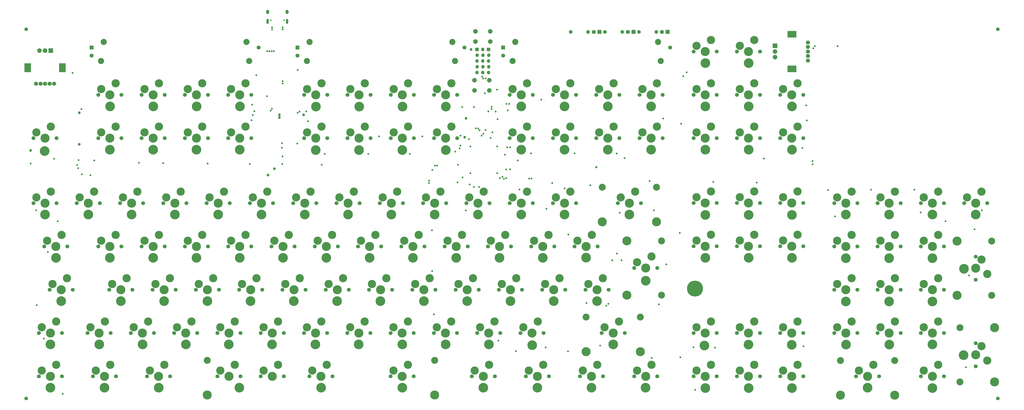
<source format=gbr>
%TF.GenerationSoftware,KiCad,Pcbnew,7.0.1*%
%TF.CreationDate,2023-04-01T22:43:57+02:00*%
%TF.ProjectId,berlin,6265726c-696e-42e6-9b69-6361645f7063,0.7*%
%TF.SameCoordinates,Original*%
%TF.FileFunction,Soldermask,Top*%
%TF.FilePolarity,Negative*%
%FSLAX46Y46*%
G04 Gerber Fmt 4.6, Leading zero omitted, Abs format (unit mm)*
G04 Created by KiCad (PCBNEW 7.0.1) date 2023-04-01 22:43:57*
%MOMM*%
%LPD*%
G01*
G04 APERTURE LIST*
G04 Aperture macros list*
%AMRoundRect*
0 Rectangle with rounded corners*
0 $1 Rounding radius*
0 $2 $3 $4 $5 $6 $7 $8 $9 X,Y pos of 4 corners*
0 Add a 4 corners polygon primitive as box body*
4,1,4,$2,$3,$4,$5,$6,$7,$8,$9,$2,$3,0*
0 Add four circle primitives for the rounded corners*
1,1,$1+$1,$2,$3*
1,1,$1+$1,$4,$5*
1,1,$1+$1,$6,$7*
1,1,$1+$1,$8,$9*
0 Add four rect primitives between the rounded corners*
20,1,$1+$1,$2,$3,$4,$5,0*
20,1,$1+$1,$4,$5,$6,$7,0*
20,1,$1+$1,$6,$7,$8,$9,0*
20,1,$1+$1,$8,$9,$2,$3,0*%
G04 Aperture macros list end*
%ADD10C,4.250000*%
%ADD11C,1.778000*%
%ADD12RoundRect,0.177800X-0.711200X-0.711200X0.711200X-0.711200X0.711200X0.711200X-0.711200X0.711200X0*%
%ADD13C,1.800000*%
%ADD14R,2.000000X2.000000*%
%ADD15C,2.000000*%
%ADD16R,4.000000X3.000000*%
%ADD17R,3.000000X4.000000*%
%ADD18C,1.596000*%
%ADD19R,1.750000X1.750000*%
%ADD20C,1.750000*%
%ADD21C,2.700000*%
%ADD22C,0.800000*%
%ADD23C,7.000000*%
%ADD24C,3.600000*%
%ADD25C,1.701800*%
%ADD26C,3.987800*%
%ADD27C,3.048000*%
%ADD28C,0.650000*%
%ADD29O,1.100000X2.200000*%
%ADD30O,1.300000X1.900000*%
%ADD31R,1.524000X1.524000*%
%ADD32O,1.524000X1.524000*%
%ADD33C,1.600000*%
%ADD34O,1.600000X1.600000*%
%ADD35C,1.000000*%
%ADD36C,1.200000*%
G04 APERTURE END LIST*
D10*
%TO.C,LED3\u002C11*%
X234212500Y-118065500D03*
%TD*%
%TO.C,LED3\u002C2*%
X62762500Y-118080000D03*
%TD*%
%TO.C,LED7\u002C5*%
X129275000Y-194275000D03*
%TD*%
%TO.C,LED2\u002C10*%
X253262500Y-89490500D03*
%TD*%
%TO.C,LED3\u002C6*%
X138962500Y-118065500D03*
%TD*%
%TO.C,LED2\u002C8*%
X200975000Y-89725000D03*
%TD*%
%TO.C,LED7\u002C2*%
X69874500Y-194265500D03*
%TD*%
%TO.C,LED1\u002C7*%
X182015500Y-70567500D03*
%TD*%
%TO.C,LED1\u002C2*%
X72325000Y-70455000D03*
%TD*%
D11*
%TO.C,LED202*%
X300205000Y-37675000D03*
D12*
X302745000Y-37675000D03*
%TD*%
D10*
%TO.C,LED4\u002C8*%
X186587500Y-137115500D03*
%TD*%
%TO.C,LED5\u002C11*%
X248563500Y-156165500D03*
%TD*%
%TO.C,LED1\u002C6*%
X162965500Y-70567500D03*
%TD*%
D13*
%TO.C,SW1\u002C16*%
X379422000Y-42325000D03*
D14*
X364922000Y-43825000D03*
D15*
X364922000Y-48825000D03*
D13*
X379422000Y-44325000D03*
D15*
X364922000Y-46325000D03*
D13*
X379422000Y-48325000D03*
D16*
X372422000Y-38725000D03*
X372422000Y-53925000D03*
D13*
X379422000Y-50325000D03*
X379422000Y-46325000D03*
%TD*%
D10*
%TO.C,LED7\u002C7*%
X200975000Y-194275000D03*
%TD*%
%TO.C,LED4\u002C5*%
X129437500Y-137115500D03*
%TD*%
%TO.C,LED3\u002C7*%
X158012500Y-118065500D03*
%TD*%
%TO.C,LED7\u002C6*%
X165251500Y-194265500D03*
%TD*%
%TO.C,LED5\u002C14*%
X334288500Y-137115500D03*
%TD*%
%TO.C,LED6\u002C9*%
X200938500Y-175215500D03*
%TD*%
%TO.C,LED1\u002C10*%
X253262500Y-70440500D03*
%TD*%
%TO.C,LED5\u002C9*%
X210463500Y-156165500D03*
%TD*%
%TO.C,LED3\u002C17*%
X396137500Y-118065500D03*
%TD*%
%TO.C,LED5\u002C2*%
X77113500Y-156165500D03*
%TD*%
%TO.C,LED2\u002C14*%
X334288500Y-70440500D03*
%TD*%
%TO.C,LED1\u002C5*%
X129475000Y-70455000D03*
%TD*%
%TO.C,LED3\u002C16*%
X372388500Y-89490500D03*
%TD*%
%TO.C,LED3\u002C15*%
X353338500Y-89490500D03*
%TD*%
%TO.C,LED4\u002C11*%
X243737500Y-137115500D03*
%TD*%
%TO.C,LED2\u002C9*%
X220125000Y-89725000D03*
%TD*%
%TO.C,LED4\u002C14*%
X334288500Y-118192500D03*
%TD*%
%TO.C,LED3\u002C8*%
X177062500Y-118065500D03*
%TD*%
%TO.C,LED2\u002C4*%
X110387500Y-89490500D03*
%TD*%
%TO.C,LED7\u002C1*%
X46125500Y-194265500D03*
%TD*%
%TO.C,LED4\u002C18*%
X415187500Y-137242500D03*
%TD*%
%TO.C,LED3\u002C10*%
X215162500Y-118065500D03*
%TD*%
D13*
%TO.C,SW1\u002C1*%
X47750000Y-60433000D03*
D14*
X46250000Y-45933000D03*
D13*
X45750000Y-60433000D03*
D15*
X41250000Y-45933000D03*
X43750000Y-45933000D03*
D13*
X41750000Y-60433000D03*
D17*
X51350000Y-53433000D03*
X36150000Y-53433000D03*
D13*
X39750000Y-60433000D03*
X43750000Y-60433000D03*
%TD*%
D10*
%TO.C,LED4\u002C4*%
X110387500Y-137115500D03*
%TD*%
%TO.C,LED1\u002C11*%
X272312500Y-70440500D03*
%TD*%
%TO.C,LED4\u002C1*%
X48538500Y-137115500D03*
%TD*%
%TO.C,LED2\u002C19*%
X447905000Y-179905000D03*
%TD*%
%TO.C,LED1\u002C4*%
X110425000Y-70455000D03*
%TD*%
%TO.C,LED3\u002C18*%
X415187500Y-118065500D03*
%TD*%
%TO.C,LED5\u002C1*%
X50824500Y-156165500D03*
%TD*%
%TO.C,LED3\u002C4*%
X100862500Y-118080000D03*
%TD*%
%TO.C,LED4\u002C6*%
X148487500Y-137115500D03*
%TD*%
D18*
%TO.C,HA201*%
X35475000Y-36475000D03*
%TD*%
D10*
%TO.C,LED4\u002C15*%
X353338500Y-118192500D03*
%TD*%
%TO.C,LED6\u002C8*%
X181761500Y-175215500D03*
%TD*%
%TO.C,LED5\u002C7*%
X172236500Y-156165500D03*
%TD*%
%TO.C,LED6\u002C18*%
X415285000Y-175295000D03*
%TD*%
%TO.C,LED6\u002C15*%
X353255000Y-175295000D03*
%TD*%
%TO.C,LED4\u002C2*%
X72287500Y-137115500D03*
%TD*%
%TO.C,LED7\u002C15*%
X353338500Y-194392500D03*
%TD*%
%TO.C,LED6\u002C12*%
X286663500Y-156165500D03*
%TD*%
D19*
%TO.C,RV204*%
X64221250Y-44575000D03*
D20*
X64221250Y-48075000D03*
X137721250Y-44575000D03*
D21*
X133571250Y-50525000D03*
X68371250Y-50525000D03*
X69571250Y-42125000D03*
X132371250Y-42125000D03*
%TD*%
D10*
%TO.C,LED6\u002C3*%
X86638500Y-175215500D03*
%TD*%
%TO.C,LED4\u002C10*%
X224687500Y-137115500D03*
%TD*%
%TO.C,LED5\u002C15*%
X353338500Y-137115500D03*
%TD*%
D11*
%TO.C,LED203*%
X315205000Y-37675000D03*
D12*
X317745000Y-37675000D03*
%TD*%
D10*
%TO.C,LED4\u002C13*%
X300887500Y-118065500D03*
%TD*%
%TO.C,LED4\u002C12*%
X262787500Y-137115500D03*
%TD*%
%TO.C,LED4\u002C16*%
X372388500Y-118192500D03*
%TD*%
%TO.C,LED7\u002C3*%
X93750500Y-194265500D03*
%TD*%
%TO.C,LED2\u002C18*%
X448065000Y-141905000D03*
%TD*%
%TO.C,LED5\u002C10*%
X229513500Y-156165500D03*
%TD*%
%TO.C,LED7\u002C18*%
X434237500Y-194392500D03*
%TD*%
%TO.C,LED7\u002C16*%
X372388500Y-194392500D03*
%TD*%
D11*
%TO.C,LED201*%
X285205000Y-37675000D03*
D12*
X287745000Y-37675000D03*
%TD*%
D10*
%TO.C,LED1\u002C9*%
X220115500Y-70567500D03*
%TD*%
%TO.C,LED4\u002C19*%
X434237500Y-137242500D03*
%TD*%
%TO.C,LED2\u002C17*%
X453287500Y-118065500D03*
%TD*%
%TO.C,LED7\u002C17*%
X405700000Y-194280000D03*
%TD*%
D22*
%TO.C,H201*%
X331631155Y-148818845D03*
X329775000Y-153300000D03*
X332400000Y-150675000D03*
X327918845Y-152531155D03*
X327918845Y-148818845D03*
X329775000Y-148050000D03*
X331631155Y-152531155D03*
X327150000Y-150675000D03*
D23*
X329775000Y-150675000D03*
%TD*%
D18*
%TO.C,HA204*%
X462975000Y-198975000D03*
%TD*%
D10*
%TO.C,LED6\u002C19*%
X434237500Y-175215500D03*
%TD*%
%TO.C,LED5\u002C8*%
X191286500Y-156165500D03*
%TD*%
%TO.C,LED3\u002C19*%
X434237500Y-118065500D03*
%TD*%
%TO.C,LED7\u002C13*%
X293775500Y-175215500D03*
%TD*%
D15*
%TO.C,SW202*%
X233125000Y-37425000D03*
X239625000Y-37425000D03*
X239625000Y-41925000D03*
X233125000Y-41925000D03*
%TD*%
D10*
%TO.C,LED5\u002C19*%
X434237500Y-156292500D03*
%TD*%
%TO.C,LED2\u002C11*%
X272312500Y-89490500D03*
%TD*%
%TO.C,LED6\u002C4*%
X105688500Y-175215500D03*
%TD*%
%TO.C,LED5\u002C13*%
X281825000Y-137025000D03*
%TD*%
%TO.C,LED5\u002C16*%
X372388500Y-137115500D03*
%TD*%
%TO.C,LED6\u002C16*%
X372350000Y-175400000D03*
%TD*%
%TO.C,LED5\u002C12*%
X267613500Y-156165500D03*
%TD*%
%TO.C,LED6\u002C6*%
X143661500Y-175215500D03*
%TD*%
%TO.C,LED2\u002C16*%
X372388500Y-70440500D03*
%TD*%
%TO.C,LED6\u002C2*%
X67588500Y-175215500D03*
%TD*%
%TO.C,LED1\u002C12*%
X291362500Y-70440500D03*
%TD*%
%TO.C,LED6\u002C1*%
X46125500Y-175215500D03*
%TD*%
%TO.C,LED7\u002C9*%
X260412000Y-194265500D03*
%TD*%
%TO.C,LED5\u002C3*%
X96163500Y-156165500D03*
%TD*%
D18*
%TO.C,HA202*%
X35475000Y-198975000D03*
%TD*%
D10*
%TO.C,LED2\u002C7*%
X181925000Y-89725000D03*
%TD*%
%TO.C,LED3\u002C1*%
X43712500Y-118080000D03*
%TD*%
%TO.C,LED6\u002C17*%
X396235000Y-175295000D03*
%TD*%
%TO.C,LED6\u002C14*%
X333925000Y-175675000D03*
%TD*%
%TO.C,LED2\u002C13*%
X310412500Y-89490500D03*
%TD*%
%TO.C,LED4\u002C3*%
X91337500Y-137115500D03*
%TD*%
%TO.C,LED2\u002C5*%
X129437500Y-89490500D03*
%TD*%
%TO.C,LED3\u002C12*%
X253262500Y-118065500D03*
%TD*%
%TO.C,LED6\u002C13*%
X308037000Y-147148500D03*
%TD*%
%TO.C,LED7\u002C14*%
X334288500Y-194392500D03*
%TD*%
%TO.C,LED2\u002C1*%
X43575000Y-90125000D03*
%TD*%
%TO.C,LED1\u002C13*%
X310412500Y-70440500D03*
%TD*%
%TO.C,LED1\u002C3*%
X91375000Y-70455000D03*
%TD*%
%TO.C,LED3\u002C5*%
X119912500Y-118065500D03*
%TD*%
%TO.C,LED7\u002C12*%
X258135000Y-175515000D03*
%TD*%
%TO.C,LED4\u002C17*%
X396137500Y-137242500D03*
%TD*%
%TO.C,LED3\u002C14*%
X334288500Y-89490500D03*
%TD*%
%TO.C,LED5\u002C4*%
X115213500Y-156165500D03*
%TD*%
%TO.C,LED7\u002C8*%
X236625500Y-194265500D03*
%TD*%
%TO.C,LED5\u002C5*%
X134136500Y-156165500D03*
%TD*%
%TO.C,LED4\u002C9*%
X205637500Y-137115500D03*
%TD*%
%TO.C,LED2\u002C3*%
X91337500Y-89490500D03*
%TD*%
%TO.C,LED7\u002C10*%
X284161000Y-194265500D03*
%TD*%
%TO.C,LED4\u002C7*%
X167537500Y-137115500D03*
%TD*%
D19*
%TO.C,RV206*%
X245291500Y-44575000D03*
D20*
X245291500Y-48075000D03*
X318791500Y-44575000D03*
D21*
X313441500Y-42125000D03*
X314641500Y-50525000D03*
X249441500Y-50525000D03*
X250641500Y-42125000D03*
%TD*%
D10*
%TO.C,LED5\u002C17*%
X396137500Y-156292500D03*
%TD*%
%TO.C,LED2\u002C12*%
X291362500Y-89490500D03*
%TD*%
%TO.C,LED3\u002C13*%
X272350000Y-118080000D03*
%TD*%
%TO.C,LED6\u002C10*%
X219988500Y-175215500D03*
%TD*%
%TO.C,LED6\u002C5*%
X124611500Y-175215500D03*
%TD*%
%TO.C,LED2\u002C6*%
X162875000Y-89725000D03*
%TD*%
%TO.C,LED6\u002C11*%
X239038500Y-175215500D03*
%TD*%
%TO.C,LED1\u002C15*%
X353338500Y-51390500D03*
%TD*%
%TO.C,LED7\u002C11*%
X307999500Y-194265500D03*
%TD*%
%TO.C,LED3\u002C3*%
X81812500Y-118080000D03*
%TD*%
%TO.C,LED5\u002C6*%
X153186500Y-156165500D03*
%TD*%
D19*
%TO.C,RV205*%
X154804000Y-44575000D03*
D20*
X154804000Y-48075000D03*
X228304000Y-44575000D03*
D21*
X224154000Y-50525000D03*
X158954000Y-50525000D03*
X160154000Y-42125000D03*
X222954000Y-42125000D03*
%TD*%
D10*
%TO.C,LED1\u002C14*%
X334288500Y-51390500D03*
%TD*%
%TO.C,LED1\u002C8*%
X201065500Y-70567500D03*
%TD*%
%TO.C,LED6\u002C7*%
X162711500Y-175215500D03*
%TD*%
%TO.C,LED2\u002C15*%
X353338500Y-70440500D03*
%TD*%
D18*
%TO.C,HA203*%
X462975000Y-36475000D03*
%TD*%
D10*
%TO.C,LED3\u002C9*%
X196112500Y-118065500D03*
%TD*%
%TO.C,LED5\u002C18*%
X415187500Y-156292500D03*
%TD*%
%TO.C,LED2\u002C2*%
X72287500Y-89490500D03*
%TD*%
D24*
%TO.C,SW5\u002C7*%
X168495750Y-148591750D03*
D25*
X177385750Y-151131750D03*
D24*
X174845750Y-146051750D03*
D25*
X167225750Y-151131750D03*
D26*
X172305750Y-151131750D03*
%TD*%
%TO.C,SW5\u002C13*%
X281843250Y-132081750D03*
D25*
X286923250Y-132081750D03*
D24*
X284383250Y-127001750D03*
D25*
X276763250Y-132081750D03*
D24*
X278033250Y-129541750D03*
%TD*%
%TO.C,SW6\u002C6*%
X146270750Y-165101750D03*
D25*
X138650750Y-170181750D03*
D26*
X143730750Y-170181750D03*
D24*
X139920750Y-167641750D03*
D25*
X148810750Y-170181750D03*
%TD*%
D24*
%TO.C,SW2\u002C11*%
X274858250Y-79376750D03*
D25*
X277398250Y-84456750D03*
D24*
X268508250Y-81916750D03*
D26*
X272318250Y-84456750D03*
D25*
X267238250Y-84456750D03*
%TD*%
D24*
%TO.C,SW6\u002C17*%
X392333250Y-167673500D03*
D25*
X401223250Y-170213500D03*
D26*
X396143250Y-170213500D03*
D25*
X391063250Y-170213500D03*
D24*
X398683250Y-165133500D03*
%TD*%
D26*
%TO.C,SW6\u002C15*%
X353280750Y-170213500D03*
D25*
X348200750Y-170213500D03*
D24*
X355820750Y-165133500D03*
D25*
X358360750Y-170213500D03*
D24*
X349470750Y-167673500D03*
%TD*%
D26*
%TO.C,SW3\u002C8*%
X177068250Y-113031750D03*
D24*
X173258250Y-110491750D03*
X179608250Y-107951750D03*
D25*
X182148250Y-113031750D03*
X171988250Y-113031750D03*
%TD*%
D26*
%TO.C,SW3\u002C6*%
X138968250Y-113031750D03*
D24*
X141508250Y-107951750D03*
D25*
X133888250Y-113031750D03*
X144048250Y-113031750D03*
D24*
X135158250Y-110491750D03*
%TD*%
%TO.C,SW5\u002C15*%
X349502500Y-129510000D03*
X355852500Y-126970000D03*
D25*
X348232500Y-132050000D03*
D26*
X353312500Y-132050000D03*
D25*
X358392500Y-132050000D03*
%TD*%
D24*
%TO.C,SW1\u002C4*%
X112933250Y-60326750D03*
D25*
X115473250Y-65406750D03*
X105313250Y-65406750D03*
D26*
X110393250Y-65406750D03*
D24*
X106583250Y-62866750D03*
%TD*%
%TO.C,SW1\u002C10*%
X249458410Y-62866750D03*
D25*
X248188410Y-65406750D03*
X258348410Y-65406750D03*
D24*
X255808410Y-60326750D03*
D26*
X253268410Y-65406750D03*
%TD*%
D27*
%TO.C,SW2\u002C18*%
X460278250Y-153576500D03*
D25*
X453293250Y-136558500D03*
D26*
X445038250Y-129700500D03*
D24*
X458373250Y-144178500D03*
X455833250Y-137828500D03*
D26*
X453293250Y-141638500D03*
D25*
X453293250Y-146718500D03*
D27*
X460278250Y-129700500D03*
D26*
X445038250Y-153576500D03*
%TD*%
D25*
%TO.C,SW1\u002C12*%
X296448250Y-65406750D03*
D24*
X293908250Y-60326750D03*
X287558250Y-62866750D03*
D25*
X286288250Y-65406750D03*
D26*
X291368250Y-65406750D03*
%TD*%
%TO.C,SW2\u002C5*%
X129445000Y-84455000D03*
D24*
X125635000Y-81915000D03*
X131985000Y-79375000D03*
D25*
X124365000Y-84455000D03*
X134525000Y-84455000D03*
%TD*%
D24*
%TO.C,SW5\u002C19*%
X430433250Y-148623500D03*
D25*
X439323250Y-151163500D03*
X429163250Y-151163500D03*
D26*
X434243250Y-151163500D03*
D24*
X436783250Y-146083500D03*
%TD*%
%TO.C,SW1\u002C14*%
X336802500Y-41245000D03*
D26*
X334262500Y-46325000D03*
D24*
X330452500Y-43785000D03*
D25*
X339342500Y-46325000D03*
X329182500Y-46325000D03*
%TD*%
D24*
%TO.C,SW3\u002C7*%
X160558250Y-107951750D03*
X154208250Y-110491750D03*
D26*
X158018250Y-113031750D03*
D25*
X152938250Y-113031750D03*
X163098250Y-113031750D03*
%TD*%
D26*
%TO.C,SW4\u002C14*%
X334262500Y-113000000D03*
D24*
X336802500Y-107920000D03*
D25*
X329182500Y-113000000D03*
X339342500Y-113000000D03*
D24*
X330452500Y-110460000D03*
%TD*%
D25*
%TO.C,SW4\u002C5*%
X134523250Y-132081750D03*
D24*
X131983250Y-127001750D03*
D26*
X129443250Y-132081750D03*
D25*
X124363250Y-132081750D03*
D24*
X125633250Y-129541750D03*
%TD*%
D25*
%TO.C,SW7\u002C9*%
X265492000Y-189231750D03*
D24*
X262952000Y-184151750D03*
D26*
X260412000Y-189231750D03*
D24*
X256602000Y-186691750D03*
D25*
X255332000Y-189231750D03*
%TD*%
D24*
%TO.C,SW6\u002C2*%
X63720750Y-167641750D03*
X70070750Y-165101750D03*
D25*
X62450750Y-170181750D03*
D26*
X67530750Y-170181750D03*
D25*
X72610750Y-170181750D03*
%TD*%
D24*
%TO.C,SW4\u002C12*%
X265333250Y-127001750D03*
X258983250Y-129541750D03*
D26*
X262793250Y-132081750D03*
D25*
X267873250Y-132081750D03*
X257713250Y-132081750D03*
%TD*%
D26*
%TO.C,SW7\u002C4*%
X124675000Y-189225000D03*
D25*
X129755000Y-189225000D03*
D24*
X120865000Y-186685000D03*
D25*
X119595000Y-189225000D03*
D24*
X127215000Y-184145000D03*
%TD*%
%TO.C,SW5\u002C5*%
X130395750Y-148591750D03*
X136745750Y-146051750D03*
D25*
X129125750Y-151131750D03*
X139285750Y-151131750D03*
D26*
X134205750Y-151131750D03*
%TD*%
%TO.C,SW4\u002C8*%
X186593250Y-132081750D03*
D24*
X182783250Y-129541750D03*
D25*
X191673250Y-132081750D03*
X181513250Y-132081750D03*
D24*
X189133250Y-127001750D03*
%TD*%
D26*
%TO.C,SW6\u002C7*%
X162780750Y-170181750D03*
D25*
X157700750Y-170181750D03*
D24*
X158970750Y-167641750D03*
D25*
X167860750Y-170181750D03*
D24*
X165320750Y-165101750D03*
%TD*%
D15*
%TO.C,SW201*%
X232725000Y-58925000D03*
X239225000Y-58925000D03*
X232725000Y-63425000D03*
X239225000Y-63425000D03*
%TD*%
D25*
%TO.C,SW7\u002C12*%
X263110750Y-170181750D03*
D24*
X260570750Y-165101750D03*
D26*
X258030750Y-170181750D03*
D25*
X252950750Y-170181750D03*
D24*
X254220750Y-167641750D03*
%TD*%
%TO.C,SW1\u002C13*%
X312958250Y-60326750D03*
D25*
X315498250Y-65406750D03*
D24*
X306608250Y-62866750D03*
D25*
X305338250Y-65406750D03*
D26*
X310418250Y-65406750D03*
%TD*%
D25*
%TO.C,SW3\u002C16*%
X377442500Y-84425000D03*
D26*
X372362500Y-84425000D03*
D24*
X368552500Y-81885000D03*
D25*
X367282500Y-84425000D03*
D24*
X374902500Y-79345000D03*
%TD*%
D28*
%TO.C,J201*%
X143095000Y-32521500D03*
X148875000Y-32521500D03*
D29*
X141685000Y-33072500D03*
D30*
X150285000Y-28872500D03*
X141685000Y-28872500D03*
D29*
X150285000Y-33072500D03*
%TD*%
D24*
%TO.C,SW2\u002C12*%
X287558250Y-81916750D03*
X293908250Y-79376750D03*
D25*
X296448250Y-84456750D03*
D26*
X291368250Y-84456750D03*
D25*
X286288250Y-84456750D03*
%TD*%
D24*
%TO.C,SW2\u002C2*%
X68483250Y-81916750D03*
D26*
X72293250Y-84456750D03*
D24*
X74833250Y-79376750D03*
D25*
X67213250Y-84456750D03*
X77373250Y-84456750D03*
%TD*%
D24*
%TO.C,SW7\u002C2*%
X72452000Y-184151750D03*
X66102000Y-186691750D03*
D25*
X64832000Y-189231750D03*
X74992000Y-189231750D03*
D26*
X69912000Y-189231750D03*
%TD*%
D25*
%TO.C,SW4\u002C11*%
X248823250Y-132081750D03*
D26*
X243743250Y-132081750D03*
D24*
X239933250Y-129541750D03*
X246283250Y-127001750D03*
D25*
X238663250Y-132081750D03*
%TD*%
D26*
%TO.C,SW6\u002C12*%
X286605750Y-151131750D03*
D25*
X291685750Y-151131750D03*
D24*
X289145750Y-146051750D03*
X282795750Y-148591750D03*
D25*
X281525750Y-151131750D03*
%TD*%
D27*
%TO.C,SW2\u002C19*%
X446308250Y-167800500D03*
D26*
X461548250Y-167800500D03*
D25*
X453293250Y-184818500D03*
D26*
X461548250Y-191676500D03*
D25*
X453293250Y-174658500D03*
D27*
X446308250Y-191676500D03*
D24*
X458373250Y-182278500D03*
X455833250Y-175928500D03*
D26*
X453293250Y-179738500D03*
%TD*%
%TO.C,SW6\u002C14*%
X334235000Y-170215000D03*
D25*
X339315000Y-170215000D03*
D24*
X330425000Y-167675000D03*
X336775000Y-165135000D03*
D25*
X329155000Y-170215000D03*
%TD*%
D31*
%TO.C,J202*%
X238885500Y-45410600D03*
X233809500Y-45410600D03*
D32*
X236345500Y-45410600D03*
X233936500Y-47950600D03*
X239012500Y-47950600D03*
X236472500Y-47950600D03*
X233809500Y-50490600D03*
X238885500Y-50490600D03*
X236345500Y-50490600D03*
X233936500Y-53030600D03*
X239012500Y-53030600D03*
X236472500Y-53030600D03*
X238885500Y-55570600D03*
X233809500Y-55570600D03*
X236345500Y-55570600D03*
%TD*%
D24*
%TO.C,SW5\u002C6*%
X155795750Y-146051750D03*
D25*
X158335750Y-151131750D03*
D26*
X153255750Y-151131750D03*
D25*
X148175750Y-151131750D03*
D24*
X149445750Y-148591750D03*
%TD*%
D26*
%TO.C,SW5\u002C11*%
X248505750Y-151131750D03*
D24*
X251045750Y-146051750D03*
D25*
X243425750Y-151131750D03*
X253585750Y-151131750D03*
D24*
X244695750Y-148591750D03*
%TD*%
D26*
%TO.C,SW6\u002C18*%
X415193250Y-170213500D03*
D25*
X410113250Y-170213500D03*
D24*
X411383250Y-167673500D03*
X417733250Y-165133500D03*
D25*
X420273250Y-170213500D03*
%TD*%
D27*
%TO.C,SW4\u002C13*%
X288955250Y-106046750D03*
D26*
X300893250Y-113031750D03*
X288955250Y-121286750D03*
D25*
X305973250Y-113031750D03*
X295813250Y-113031750D03*
D24*
X303433250Y-107951750D03*
D27*
X312831250Y-106046750D03*
D26*
X312831250Y-121286750D03*
D24*
X297083250Y-110491750D03*
%TD*%
D25*
%TO.C,SW1\u002C9*%
X225106000Y-65406750D03*
D26*
X220026000Y-65406750D03*
D24*
X216216000Y-62866750D03*
X222566000Y-60326750D03*
D25*
X214946000Y-65406750D03*
%TD*%
%TO.C,SW2\u002C3*%
X86263250Y-84456750D03*
D26*
X91343250Y-84456750D03*
D24*
X87533250Y-81916750D03*
D25*
X96423250Y-84456750D03*
D24*
X93883250Y-79376750D03*
%TD*%
%TO.C,SW5\u002C1*%
X53402000Y-146051750D03*
D26*
X50862000Y-151131750D03*
D25*
X45782000Y-151131750D03*
X55942000Y-151131750D03*
D24*
X47052000Y-148591750D03*
%TD*%
%TO.C,SW3\u002C18*%
X417733250Y-107983500D03*
X411383250Y-110523500D03*
D25*
X410113250Y-113063500D03*
X420273250Y-113063500D03*
D26*
X415193250Y-113063500D03*
%TD*%
%TO.C,SW7\u002C6*%
X165162000Y-189231750D03*
D27*
X215200000Y-182246750D03*
D26*
X215200000Y-197486750D03*
D27*
X115124000Y-182246750D03*
D24*
X161352000Y-186691750D03*
D25*
X160082000Y-189231750D03*
D24*
X167702000Y-184151750D03*
D26*
X115124000Y-197486750D03*
D25*
X170242000Y-189231750D03*
%TD*%
D24*
%TO.C,SW4\u002C1*%
X44670750Y-129541750D03*
D25*
X53560750Y-132081750D03*
D26*
X48480750Y-132081750D03*
D25*
X43400750Y-132081750D03*
D24*
X51020750Y-127001750D03*
%TD*%
D26*
%TO.C,SW3\u002C5*%
X119918250Y-113031750D03*
D25*
X124998250Y-113031750D03*
D24*
X122458250Y-107951750D03*
X116108250Y-110491750D03*
D25*
X114838250Y-113031750D03*
%TD*%
%TO.C,SW4\u002C9*%
X200563250Y-132081750D03*
X210723250Y-132081750D03*
D24*
X201833250Y-129541750D03*
D26*
X205643250Y-132081750D03*
D24*
X208183250Y-127001750D03*
%TD*%
%TO.C,SW1\u002C7*%
X184466106Y-60326750D03*
D25*
X187006106Y-65406750D03*
X176846106Y-65406750D03*
D26*
X181926106Y-65406750D03*
D24*
X178116106Y-62866750D03*
%TD*%
D25*
%TO.C,SW6\u002C1*%
X51179500Y-170181750D03*
D24*
X48639500Y-165101750D03*
D26*
X46099500Y-170181750D03*
D24*
X42289500Y-167641750D03*
D25*
X41019500Y-170181750D03*
%TD*%
D24*
%TO.C,SW4\u002C4*%
X106583250Y-129541750D03*
D25*
X115473250Y-132081750D03*
D26*
X110393250Y-132081750D03*
D24*
X112933250Y-127001750D03*
D25*
X105313250Y-132081750D03*
%TD*%
%TO.C,SW2\u002C10*%
X258348250Y-84456750D03*
D26*
X253268250Y-84456750D03*
D25*
X248188250Y-84456750D03*
D24*
X249458250Y-81916750D03*
X255808250Y-79376750D03*
%TD*%
D25*
%TO.C,SW3\u002C19*%
X439323250Y-113063500D03*
D26*
X434243250Y-113063500D03*
D24*
X430433250Y-110523500D03*
D25*
X429163250Y-113063500D03*
D24*
X436783250Y-107983500D03*
%TD*%
D25*
%TO.C,SW1\u002C6*%
X157796090Y-65406750D03*
X167956090Y-65406750D03*
D24*
X165416090Y-60326750D03*
D26*
X162876090Y-65406750D03*
D24*
X159066090Y-62866750D03*
%TD*%
D26*
%TO.C,SW3\u002C15*%
X353312500Y-84425000D03*
D25*
X358392500Y-84425000D03*
D24*
X355852500Y-79345000D03*
D25*
X348232500Y-84425000D03*
D24*
X349502500Y-81885000D03*
%TD*%
D25*
%TO.C,SW3\u002C11*%
X239298250Y-113031750D03*
D24*
X230408250Y-110491750D03*
X236758250Y-107951750D03*
D26*
X234218250Y-113031750D03*
D25*
X229138250Y-113031750D03*
%TD*%
D24*
%TO.C,SW7\u002C7*%
X197065000Y-186685000D03*
D25*
X195795000Y-189225000D03*
X205955000Y-189225000D03*
D24*
X203415000Y-184145000D03*
D26*
X200875000Y-189225000D03*
%TD*%
D24*
%TO.C,SW5\u002C3*%
X92295750Y-148591750D03*
D25*
X91025750Y-151131750D03*
X101185750Y-151131750D03*
D24*
X98645750Y-146051750D03*
D26*
X96105750Y-151131750D03*
%TD*%
D25*
%TO.C,SW5\u002C17*%
X401223250Y-151163500D03*
D24*
X398683250Y-146083500D03*
D26*
X396143250Y-151163500D03*
D25*
X391063250Y-151163500D03*
D24*
X392333250Y-148623500D03*
%TD*%
%TO.C,SW3\u002C10*%
X211358250Y-110491750D03*
D26*
X215168250Y-113031750D03*
D25*
X210088250Y-113031750D03*
X220248250Y-113031750D03*
D24*
X217708250Y-107951750D03*
%TD*%
D26*
%TO.C,SW1\u002C2*%
X72293250Y-65406750D03*
D25*
X77373250Y-65406750D03*
X67213250Y-65406750D03*
D24*
X74833250Y-60326750D03*
X68483250Y-62866750D03*
%TD*%
D27*
%TO.C,SW6\u002C13*%
X315022000Y-153544750D03*
D26*
X299782000Y-129668750D03*
X308037000Y-141606750D03*
D25*
X302957000Y-141606750D03*
D24*
X310577000Y-136526750D03*
X304227000Y-139066750D03*
D25*
X313117000Y-141606750D03*
D26*
X299782000Y-153544750D03*
D27*
X315022000Y-129668750D03*
%TD*%
D25*
%TO.C,SW6\u002C11*%
X244060750Y-170181750D03*
D26*
X238980750Y-170181750D03*
D24*
X241520750Y-165101750D03*
D25*
X233900750Y-170181750D03*
D24*
X235170750Y-167641750D03*
%TD*%
D33*
%TO.C,R306*%
X275075000Y-37675000D03*
D34*
X282695000Y-37675000D03*
%TD*%
D25*
%TO.C,SW2\u002C1*%
X48798250Y-84456750D03*
D26*
X43718250Y-84456750D03*
D24*
X46258250Y-79376750D03*
D25*
X38638250Y-84456750D03*
D24*
X39908250Y-81916750D03*
%TD*%
D25*
%TO.C,SW7\u002C5*%
X148815000Y-189215000D03*
D24*
X146275000Y-184135000D03*
X139925000Y-186675000D03*
D26*
X143735000Y-189215000D03*
D25*
X138655000Y-189215000D03*
%TD*%
%TO.C,SW6\u002C10*%
X225010750Y-170181750D03*
D24*
X216120750Y-167641750D03*
X222470750Y-165101750D03*
D25*
X214850750Y-170181750D03*
D26*
X219930750Y-170181750D03*
%TD*%
D24*
%TO.C,SW5\u002C8*%
X187540000Y-148610000D03*
D25*
X196430000Y-151150000D03*
X186270000Y-151150000D03*
D26*
X191350000Y-151150000D03*
D24*
X193890000Y-146070000D03*
%TD*%
D25*
%TO.C,SW3\u002C17*%
X401223250Y-113063500D03*
D24*
X392333250Y-110523500D03*
X398683250Y-107983500D03*
D26*
X396143250Y-113063500D03*
D25*
X391063250Y-113063500D03*
%TD*%
D24*
%TO.C,SW2\u002C8*%
X197166000Y-81916750D03*
X203516000Y-79376750D03*
D26*
X200976000Y-84456750D03*
D25*
X206056000Y-84456750D03*
X195896000Y-84456750D03*
%TD*%
%TO.C,SW4\u002C7*%
X162463250Y-132081750D03*
D26*
X167543250Y-132081750D03*
D25*
X172623250Y-132081750D03*
D24*
X170083250Y-127001750D03*
X163733250Y-129541750D03*
%TD*%
D26*
%TO.C,SW4\u002C6*%
X148493250Y-132081750D03*
D25*
X153573250Y-132081750D03*
D24*
X144683250Y-129541750D03*
X151033250Y-127001750D03*
D25*
X143413250Y-132081750D03*
%TD*%
%TO.C,SW7\u002C3*%
X98804500Y-189231750D03*
D24*
X89914500Y-186691750D03*
D25*
X88644500Y-189231750D03*
D24*
X96264500Y-184151750D03*
D26*
X93724500Y-189231750D03*
%TD*%
D25*
%TO.C,SW4\u002C18*%
X420273250Y-132113500D03*
D24*
X417733250Y-127033500D03*
X411383250Y-129573500D03*
D26*
X415193250Y-132113500D03*
D25*
X410113250Y-132113500D03*
%TD*%
D26*
%TO.C,SW5\u002C10*%
X229455750Y-151131750D03*
D25*
X234535750Y-151131750D03*
X224375750Y-151131750D03*
D24*
X231995750Y-146051750D03*
X225645750Y-148591750D03*
%TD*%
D25*
%TO.C,SW1\u002C11*%
X277398250Y-65406750D03*
X267238250Y-65406750D03*
D24*
X274858250Y-60326750D03*
X268508250Y-62866750D03*
D26*
X272318250Y-65406750D03*
%TD*%
D33*
%TO.C,R307*%
X290075000Y-37675000D03*
D34*
X297695000Y-37675000D03*
%TD*%
D24*
%TO.C,SW4\u002C15*%
X355852500Y-107920000D03*
D25*
X358392500Y-113000000D03*
D26*
X353312500Y-113000000D03*
D24*
X349502500Y-110460000D03*
D25*
X348232500Y-113000000D03*
%TD*%
D26*
%TO.C,SW2\u002C16*%
X372362500Y-65375000D03*
D24*
X374902500Y-60295000D03*
X368552500Y-62835000D03*
D25*
X377442500Y-65375000D03*
X367282500Y-65375000D03*
%TD*%
%TO.C,SW2\u002C14*%
X339342500Y-65375000D03*
D26*
X334262500Y-65375000D03*
D24*
X336802500Y-60295000D03*
X330452500Y-62835000D03*
D25*
X329182500Y-65375000D03*
%TD*%
%TO.C,SW4\u002C10*%
X219613250Y-132081750D03*
D24*
X220883250Y-129541750D03*
D25*
X229773250Y-132081750D03*
D24*
X227233250Y-127001750D03*
D26*
X224693250Y-132081750D03*
%TD*%
%TO.C,SW5\u002C18*%
X415193250Y-151163500D03*
D24*
X417733250Y-146083500D03*
X411383250Y-148623500D03*
D25*
X410113250Y-151163500D03*
X420273250Y-151163500D03*
%TD*%
D24*
%TO.C,SW7\u002C10*%
X280414500Y-186691750D03*
D25*
X279144500Y-189231750D03*
D26*
X284224500Y-189231750D03*
D25*
X289304500Y-189231750D03*
D24*
X286764500Y-184151750D03*
%TD*%
%TO.C,SW2\u002C9*%
X222566000Y-79376750D03*
X216216000Y-81916750D03*
D26*
X220026000Y-84456750D03*
D25*
X214946000Y-84456750D03*
X225106000Y-84456750D03*
%TD*%
%TO.C,SW2\u002C17*%
X458373250Y-113063500D03*
X448213250Y-113063500D03*
D26*
X453293250Y-113063500D03*
D24*
X455833250Y-107983500D03*
X449483250Y-110523500D03*
%TD*%
D25*
%TO.C,SW7\u002C1*%
X41019500Y-189231750D03*
D24*
X48639500Y-184151750D03*
D25*
X51179500Y-189231750D03*
D26*
X46099500Y-189231750D03*
D24*
X42289500Y-186691750D03*
%TD*%
D26*
%TO.C,SW3\u002C13*%
X272318250Y-113031750D03*
D24*
X268508250Y-110491750D03*
D25*
X267238250Y-113031750D03*
X277398250Y-113031750D03*
D24*
X274858250Y-107951750D03*
%TD*%
D25*
%TO.C,SW2\u002C13*%
X305338250Y-84456750D03*
D24*
X306608250Y-81916750D03*
D25*
X315498250Y-84456750D03*
D24*
X312958250Y-79376750D03*
D26*
X310418250Y-84456750D03*
%TD*%
D24*
%TO.C,SW2\u002C7*%
X178116000Y-81916750D03*
D25*
X187006000Y-84456750D03*
D24*
X184466000Y-79376750D03*
D25*
X176846000Y-84456750D03*
D26*
X181926000Y-84456750D03*
%TD*%
D25*
%TO.C,SW7\u002C11*%
X313117000Y-189231750D03*
D24*
X310577000Y-184151750D03*
X304227000Y-186691750D03*
D26*
X308037000Y-189231750D03*
D25*
X302957000Y-189231750D03*
%TD*%
D26*
%TO.C,SW4\u002C2*%
X72293250Y-132081750D03*
D24*
X74833250Y-127001750D03*
X68483250Y-129541750D03*
D25*
X77373250Y-132081750D03*
X67213250Y-132081750D03*
%TD*%
D24*
%TO.C,SW3\u002C1*%
X46258250Y-107951750D03*
D25*
X38638250Y-113031750D03*
D24*
X39908250Y-110491750D03*
D25*
X48798250Y-113031750D03*
D26*
X43718250Y-113031750D03*
%TD*%
D24*
%TO.C,SW6\u002C9*%
X197070750Y-167641750D03*
D25*
X205960750Y-170181750D03*
D24*
X203420750Y-165101750D03*
D25*
X195800750Y-170181750D03*
D26*
X200880750Y-170181750D03*
%TD*%
D24*
%TO.C,SW3\u002C2*%
X58958250Y-110491750D03*
D25*
X57688250Y-113031750D03*
D26*
X62768250Y-113031750D03*
D24*
X65308250Y-107951750D03*
D25*
X67848250Y-113031750D03*
%TD*%
%TO.C,SW7\u002C16*%
X377410750Y-189263500D03*
D24*
X374870750Y-184183500D03*
X368520750Y-186723500D03*
D25*
X367250750Y-189263500D03*
D26*
X372330750Y-189263500D03*
%TD*%
D33*
%TO.C,R308*%
X305075000Y-37675000D03*
D34*
X312695000Y-37675000D03*
%TD*%
D25*
%TO.C,SW6\u002C16*%
X367245000Y-170200000D03*
D26*
X372325000Y-170200000D03*
D25*
X377405000Y-170200000D03*
D24*
X374865000Y-165120000D03*
X368515000Y-167660000D03*
%TD*%
D25*
%TO.C,SW6\u002C5*%
X119600750Y-170181750D03*
X129760750Y-170181750D03*
D26*
X124680750Y-170181750D03*
D24*
X120870750Y-167641750D03*
X127220750Y-165101750D03*
%TD*%
D25*
%TO.C,SW2\u002C6*%
X157796000Y-84456750D03*
D24*
X165416000Y-79376750D03*
D25*
X167956000Y-84456750D03*
D26*
X162876000Y-84456750D03*
D24*
X159066000Y-81916750D03*
%TD*%
D26*
%TO.C,SW2\u002C4*%
X110393250Y-84456750D03*
D24*
X112933250Y-79376750D03*
X106583250Y-81916750D03*
D25*
X105313250Y-84456750D03*
X115473250Y-84456750D03*
%TD*%
%TO.C,SW4\u002C17*%
X401223250Y-132113500D03*
D24*
X392333250Y-129573500D03*
D26*
X396143250Y-132113500D03*
D24*
X398683250Y-127033500D03*
D25*
X391063250Y-132113500D03*
%TD*%
%TO.C,SW3\u002C12*%
X248188250Y-113031750D03*
D24*
X255808250Y-107951750D03*
D25*
X258348250Y-113031750D03*
D24*
X249458250Y-110491750D03*
D26*
X253268250Y-113031750D03*
%TD*%
D24*
%TO.C,SW3\u002C3*%
X78008250Y-110491750D03*
D25*
X86898250Y-113031750D03*
D24*
X84358250Y-107951750D03*
D26*
X81818250Y-113031750D03*
D25*
X76738250Y-113031750D03*
%TD*%
%TO.C,SW4\u002C3*%
X86263250Y-132081750D03*
X96423250Y-132081750D03*
D26*
X91343250Y-132081750D03*
D24*
X87533250Y-129541750D03*
X93883250Y-127001750D03*
%TD*%
D26*
%TO.C,SW7\u002C14*%
X334230750Y-189263500D03*
D24*
X336770750Y-184183500D03*
D25*
X329150750Y-189263500D03*
X339310750Y-189263500D03*
D24*
X330420750Y-186723500D03*
%TD*%
D25*
%TO.C,SW5\u002C12*%
X262475750Y-151131750D03*
D24*
X270095750Y-146051750D03*
D26*
X267555750Y-151131750D03*
D25*
X272635750Y-151131750D03*
D24*
X263745750Y-148591750D03*
%TD*%
D25*
%TO.C,SW6\u002C19*%
X429163250Y-170213500D03*
D24*
X436783250Y-165133500D03*
D25*
X439323250Y-170213500D03*
D24*
X430433250Y-167673500D03*
D26*
X434243250Y-170213500D03*
%TD*%
D25*
%TO.C,SW7\u002C8*%
X241679500Y-189231750D03*
D26*
X236599500Y-189231750D03*
D24*
X232789500Y-186691750D03*
D25*
X231519500Y-189231750D03*
D24*
X239139500Y-184151750D03*
%TD*%
D25*
%TO.C,SW1\u002C5*%
X134523250Y-65406750D03*
X124363250Y-65406750D03*
D26*
X129443250Y-65406750D03*
D24*
X125633250Y-62866750D03*
X131983250Y-60326750D03*
%TD*%
D26*
%TO.C,SW1\u002C3*%
X91343250Y-65406750D03*
D24*
X87533250Y-62866750D03*
X93883250Y-60326750D03*
D25*
X86263250Y-65406750D03*
X96423250Y-65406750D03*
%TD*%
%TO.C,SW4\u002C16*%
X367282500Y-113000000D03*
D26*
X372362500Y-113000000D03*
D25*
X377442500Y-113000000D03*
D24*
X374902500Y-107920000D03*
X368552500Y-110460000D03*
%TD*%
%TO.C,SW6\u002C3*%
X89120750Y-165101750D03*
D25*
X81500750Y-170181750D03*
X91660750Y-170181750D03*
D26*
X86580750Y-170181750D03*
D24*
X82770750Y-167641750D03*
%TD*%
D25*
%TO.C,SW6\u002C8*%
X186910750Y-170181750D03*
D24*
X178020750Y-167641750D03*
D25*
X176750750Y-170181750D03*
D26*
X181830750Y-170181750D03*
D24*
X184370750Y-165101750D03*
%TD*%
%TO.C,SW5\u002C2*%
X79595750Y-146051750D03*
X73245750Y-148591750D03*
D25*
X71975750Y-151131750D03*
D26*
X77055750Y-151131750D03*
D25*
X82135750Y-151131750D03*
%TD*%
D24*
%TO.C,SW4\u002C19*%
X430433250Y-129573500D03*
D26*
X434243250Y-132113500D03*
D25*
X429163250Y-132113500D03*
X439323250Y-132113500D03*
D24*
X436783250Y-127033500D03*
%TD*%
D26*
%TO.C,SW7\u002C17*%
X393730250Y-197518500D03*
D24*
X408208250Y-184183500D03*
D25*
X400588250Y-189263500D03*
D26*
X405668250Y-189263500D03*
D25*
X410748250Y-189263500D03*
D26*
X417606250Y-197518500D03*
D24*
X401858250Y-186723500D03*
D27*
X417606250Y-182278500D03*
X393730250Y-182278500D03*
%TD*%
D25*
%TO.C,SW5\u002C4*%
X120235750Y-151131750D03*
D24*
X117695750Y-146051750D03*
D25*
X110075750Y-151131750D03*
D26*
X115155750Y-151131750D03*
D24*
X111345750Y-148591750D03*
%TD*%
%TO.C,SW7\u002C13*%
X296289500Y-165101750D03*
D26*
X281811500Y-178436750D03*
D24*
X289939500Y-167641750D03*
D26*
X305687500Y-178436750D03*
D25*
X298829500Y-170181750D03*
D27*
X305687500Y-163196750D03*
D26*
X293749500Y-170181750D03*
D25*
X288669500Y-170181750D03*
D27*
X281811500Y-163196750D03*
%TD*%
D25*
%TO.C,SW5\u002C16*%
X367282500Y-132050000D03*
D24*
X374902500Y-126970000D03*
D25*
X377442500Y-132050000D03*
D24*
X368552500Y-129510000D03*
D26*
X372362500Y-132050000D03*
%TD*%
%TO.C,SW1\u002C8*%
X200976000Y-65406750D03*
D24*
X203516000Y-60326750D03*
D25*
X195896000Y-65406750D03*
X206056000Y-65406750D03*
D24*
X197166000Y-62866750D03*
%TD*%
%TO.C,SW5\u002C9*%
X212945750Y-146051750D03*
D25*
X205325750Y-151131750D03*
D24*
X206595750Y-148591750D03*
D25*
X215485750Y-151131750D03*
D26*
X210405750Y-151131750D03*
%TD*%
%TO.C,SW7\u002C18*%
X434243250Y-189263500D03*
D24*
X430433250Y-186723500D03*
X436783250Y-184183500D03*
D25*
X429163250Y-189263500D03*
X439323250Y-189263500D03*
%TD*%
D24*
%TO.C,SW3\u002C14*%
X336802500Y-79345000D03*
X330452500Y-81885000D03*
D25*
X329182500Y-84425000D03*
X339342500Y-84425000D03*
D26*
X334262500Y-84425000D03*
%TD*%
D24*
%TO.C,SW7\u002C15*%
X355820750Y-184183500D03*
D25*
X348200750Y-189263500D03*
D26*
X353280750Y-189263500D03*
D25*
X358360750Y-189263500D03*
D24*
X349470750Y-186723500D03*
%TD*%
D25*
%TO.C,SW3\u002C9*%
X191038250Y-113031750D03*
D26*
X196118250Y-113031750D03*
D24*
X198658250Y-107951750D03*
D25*
X201198250Y-113031750D03*
D24*
X192308250Y-110491750D03*
%TD*%
D26*
%TO.C,SW6\u002C4*%
X105630750Y-170181750D03*
D25*
X110710750Y-170181750D03*
D24*
X101820750Y-167641750D03*
X108170750Y-165101750D03*
D25*
X100550750Y-170181750D03*
%TD*%
D24*
%TO.C,SW5\u002C14*%
X336802500Y-126970000D03*
D25*
X339342500Y-132050000D03*
D26*
X334262500Y-132050000D03*
D24*
X330452500Y-129510000D03*
D25*
X329182500Y-132050000D03*
%TD*%
%TO.C,SW2\u002C15*%
X348232500Y-65375000D03*
X358392500Y-65375000D03*
D24*
X349502500Y-62835000D03*
X355852500Y-60295000D03*
D26*
X353312500Y-65375000D03*
%TD*%
D24*
%TO.C,SW3\u002C4*%
X97058250Y-110491750D03*
D26*
X100868250Y-113031750D03*
D25*
X105948250Y-113031750D03*
D24*
X103408250Y-107951750D03*
D25*
X95788250Y-113031750D03*
%TD*%
D24*
%TO.C,SW1\u002C15*%
X349502500Y-43785000D03*
D25*
X348232500Y-46325000D03*
D26*
X353312500Y-46325000D03*
D24*
X355852500Y-41245000D03*
D25*
X358392500Y-46325000D03*
%TD*%
D22*
X234875000Y-80925000D03*
X236510600Y-58225500D03*
X377015000Y-88785000D03*
X236128200Y-57321800D03*
X58275000Y-97675000D03*
X378635000Y-70025000D03*
X147975000Y-88675000D03*
X329827500Y-195192500D03*
X282005000Y-157015000D03*
X57875000Y-96275000D03*
X283675000Y-105175000D03*
X134825000Y-69675000D03*
X273825000Y-178275000D03*
X329025000Y-176475000D03*
X155722576Y-72745265D03*
X235825000Y-83375000D03*
X455975000Y-116175000D03*
X59775000Y-71675000D03*
X450305000Y-144885000D03*
X246075000Y-91675000D03*
X250875000Y-178195000D03*
X236575000Y-82525000D03*
X233325000Y-80076250D03*
X58475000Y-94116420D03*
X154725000Y-86775000D03*
X391375000Y-118875000D03*
X234280378Y-80169622D03*
X298775000Y-93275000D03*
X448955000Y-185305000D03*
X313825000Y-157575000D03*
X226225000Y-88925000D03*
X248347000Y-98141000D03*
X291655000Y-157325000D03*
X274001000Y-126843000D03*
X232475000Y-70725000D03*
X240225000Y-70625000D03*
X39825000Y-116205000D03*
X209739000Y-83663000D03*
X148275000Y-59375000D03*
X377525000Y-176075000D03*
X55875000Y-55775000D03*
X242685000Y-88055000D03*
X59875000Y-100375000D03*
X227275000Y-70725000D03*
X230915000Y-88055000D03*
X166805000Y-91405000D03*
X257575000Y-91135000D03*
X135875000Y-72615000D03*
X381495000Y-95945000D03*
X276735000Y-91125000D03*
X262063000Y-67534000D03*
X264349000Y-115540000D03*
X338575000Y-176675000D03*
X228916000Y-116302000D03*
X323023000Y-126208000D03*
X143575000Y-71475000D03*
X240225000Y-71575000D03*
X295365000Y-135215000D03*
X230915000Y-99845000D03*
X190689000Y-83663000D03*
X242685000Y-99845000D03*
X148025000Y-86625000D03*
X240600000Y-81885000D03*
X247925000Y-69325000D03*
X243875000Y-102075000D03*
X297365000Y-138215000D03*
X185975000Y-91415000D03*
X287971000Y-175738000D03*
X381775000Y-44875000D03*
X246725000Y-69325000D03*
X143064000Y-72360000D03*
X429065000Y-117105000D03*
X204295000Y-91395000D03*
X226503000Y-83346500D03*
X293365000Y-138215000D03*
X230625000Y-104825000D03*
X381495000Y-94495000D03*
X148275000Y-60375000D03*
X148175000Y-92507500D03*
X382525000Y-43975000D03*
X135185000Y-74305000D03*
X224265000Y-90385000D03*
X264065000Y-176545000D03*
X295295000Y-91185000D03*
X290675000Y-158175000D03*
D35*
X286320000Y-97252000D03*
D22*
X148321800Y-36589600D03*
X141514600Y-46172600D03*
X143445000Y-46172600D03*
X143622800Y-36596800D03*
X143622800Y-35696800D03*
X148321800Y-35689600D03*
X142479800Y-46172600D03*
X144410200Y-46172600D03*
X237275000Y-64725000D03*
X136675000Y-56775000D03*
X237603422Y-58085822D03*
X154875000Y-54475000D03*
X237575000Y-80875000D03*
X47675000Y-93475000D03*
X65375000Y-94275000D03*
X315783000Y-75790000D03*
X154875000Y-73275000D03*
X324547000Y-57145400D03*
X134555000Y-76551000D03*
X407248400Y-107133600D03*
X378925000Y-76665000D03*
X388301000Y-107285000D03*
X323683400Y-78049600D03*
X309775000Y-103275000D03*
X426298400Y-107133600D03*
X212654997Y-104166237D03*
X214005000Y-124955000D03*
X214044769Y-142972000D03*
X212721991Y-103168982D03*
X232455000Y-105915000D03*
X310645000Y-181085000D03*
X243245000Y-173515000D03*
X323335000Y-180875000D03*
X95693000Y-95425000D03*
X115275000Y-95625000D03*
X133825000Y-95825000D03*
X148125000Y-95875000D03*
X225296505Y-103880673D03*
X234775000Y-105951500D03*
X252487200Y-107056400D03*
X272299200Y-106534700D03*
X337775000Y-103675000D03*
X356875000Y-103975000D03*
X360068872Y-93398872D03*
X242575000Y-63075000D03*
X251775500Y-94250501D03*
X230278378Y-84871622D03*
X226501218Y-87748782D03*
X225452189Y-96125000D03*
X242875000Y-76075000D03*
D36*
X231224500Y-45410600D03*
X228425000Y-83975000D03*
D22*
X256785000Y-102195000D03*
X266950000Y-104140000D03*
X246675000Y-98275000D03*
X248375980Y-88475000D03*
X227420464Y-101725464D03*
D36*
X228975000Y-75725000D03*
X146875000Y-74202500D03*
X146875000Y-75375000D03*
X141875000Y-100675000D03*
X157505000Y-74165000D03*
D22*
X257775000Y-102195000D03*
D36*
X144675000Y-97875000D03*
D22*
X239815000Y-84375000D03*
X238775000Y-72625000D03*
X45020000Y-134590000D03*
D36*
X58775000Y-73225000D03*
D22*
X51522000Y-196922000D03*
D36*
X37400000Y-89886000D03*
D22*
X158675000Y-72675000D03*
X311720000Y-116175000D03*
X296607000Y-117318000D03*
X317155000Y-139945000D03*
X141375000Y-65975000D03*
X37400000Y-95601000D03*
X392475000Y-43975000D03*
D36*
X58786000Y-87175000D03*
D22*
X159435000Y-77015000D03*
X439935000Y-121015000D03*
X452795000Y-124605000D03*
X40067000Y-157958000D03*
X49355000Y-121015000D03*
X43213021Y-172636979D03*
X85075000Y-95275000D03*
X215325000Y-96514020D03*
X244975020Y-101443364D03*
X216325000Y-96514031D03*
X245675000Y-102275000D03*
X165525000Y-96114500D03*
X246675000Y-102075000D03*
X214125000Y-98375500D03*
X214843400Y-162023000D03*
X63675000Y-100775000D03*
X241997000Y-72741000D03*
X247077000Y-88489000D03*
X247331000Y-72233000D03*
X326071000Y-55469000D03*
M02*

</source>
